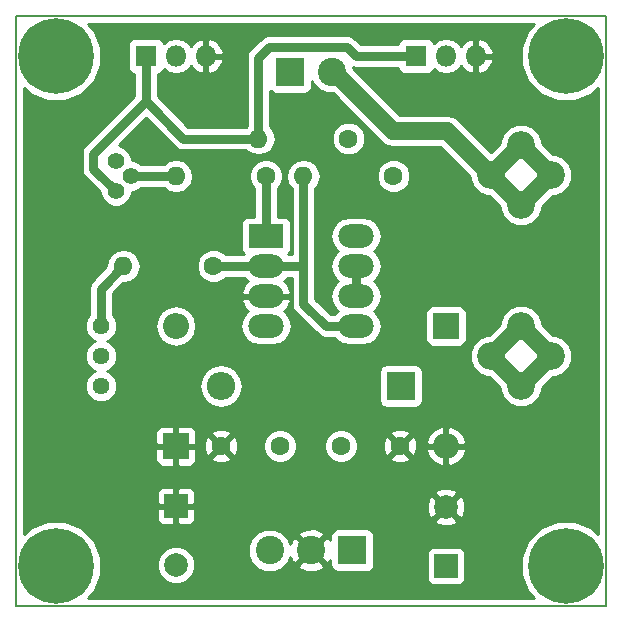
<source format=gbr>
G04 #@! TF.FileFunction,Copper,L2,Bot,Signal*
%FSLAX46Y46*%
G04 Gerber Fmt 4.6, Leading zero omitted, Abs format (unit mm)*
G04 Created by KiCad (PCBNEW 4.0.7-e2-6376~58~ubuntu16.04.1) date Sun Apr  8 20:27:37 2018*
%MOMM*%
%LPD*%
G01*
G04 APERTURE LIST*
%ADD10C,0.500000*%
%ADD11C,0.150000*%
%ADD12C,2.350000*%
%ADD13C,1.600000*%
%ADD14O,1.600000X1.600000*%
%ADD15C,2.400000*%
%ADD16R,2.400000X2.400000*%
%ADD17C,1.400000*%
%ADD18R,3.000000X2.000000*%
%ADD19O,3.000000X2.000000*%
%ADD20R,1.800000X1.800000*%
%ADD21O,1.800000X1.800000*%
%ADD22C,6.400000*%
%ADD23C,0.800000*%
%ADD24R,2.200000X2.200000*%
%ADD25O,2.200000X2.200000*%
%ADD26O,2.400000X2.400000*%
%ADD27C,1.440000*%
%ADD28R,2.000000X2.000000*%
%ADD29C,2.000000*%
%ADD30C,0.750000*%
%ADD31C,1.500000*%
%ADD32C,0.254000*%
G04 APERTURE END LIST*
D10*
D11*
X50000000Y-50000000D02*
X50000000Y-100000000D01*
X100000000Y-50000000D02*
X100000000Y-100000000D01*
X50000000Y-100000000D02*
X100000000Y-100000000D01*
X50000000Y-50000000D02*
X100000000Y-50000000D01*
D12*
X92780000Y-66030000D03*
X92780000Y-60950000D03*
X92780000Y-76270000D03*
X92780000Y-81350000D03*
X90240000Y-63490000D03*
X95320000Y-63490000D03*
X90240000Y-78810000D03*
X95320000Y-78810000D03*
D13*
X81985000Y-63570000D03*
D14*
X74365000Y-63570000D03*
D15*
X76750000Y-54745000D03*
D16*
X73250000Y-54745000D03*
D15*
X75000000Y-95255000D03*
D16*
X78500000Y-95255000D03*
D15*
X71500000Y-95255000D03*
D17*
X59760000Y-63570000D03*
X58490000Y-64840000D03*
X58490000Y-62300000D03*
D13*
X66745000Y-71190000D03*
D14*
X59125000Y-71190000D03*
D13*
X71190000Y-63570000D03*
D14*
X63570000Y-63570000D03*
D13*
X78175000Y-60395000D03*
D14*
X70555000Y-60395000D03*
D18*
X71190000Y-68650000D03*
D19*
X78810000Y-76270000D03*
X71190000Y-71190000D03*
X78810000Y-73730000D03*
X71190000Y-73730000D03*
X78810000Y-71190000D03*
X71190000Y-76270000D03*
X78810000Y-68650000D03*
D20*
X83890000Y-53410000D03*
D21*
X86430000Y-53410000D03*
X88970000Y-53410000D03*
D20*
X61030000Y-53410000D03*
D21*
X63570000Y-53410000D03*
X66110000Y-53410000D03*
D22*
X53410000Y-53410000D03*
D23*
X55810000Y-53410000D03*
X55107056Y-55107056D03*
X53410000Y-55810000D03*
X51712944Y-55107056D03*
X51010000Y-53410000D03*
X51712944Y-51712944D03*
X53410000Y-51010000D03*
X55107056Y-51712944D03*
D22*
X96590000Y-53410000D03*
D23*
X98990000Y-53410000D03*
X98287056Y-55107056D03*
X96590000Y-55810000D03*
X94892944Y-55107056D03*
X94190000Y-53410000D03*
X94892944Y-51712944D03*
X96590000Y-51010000D03*
X98287056Y-51712944D03*
D22*
X53410000Y-96590000D03*
D23*
X55810000Y-96590000D03*
X55107056Y-98287056D03*
X53410000Y-98990000D03*
X51712944Y-98287056D03*
X51010000Y-96590000D03*
X51712944Y-94892944D03*
X53410000Y-94190000D03*
X55107056Y-94892944D03*
D22*
X96590000Y-96590000D03*
D23*
X98990000Y-96590000D03*
X98287056Y-98287056D03*
X96590000Y-98990000D03*
X94892944Y-98287056D03*
X94190000Y-96590000D03*
X94892944Y-94892944D03*
X96590000Y-94190000D03*
X98287056Y-94892944D03*
D24*
X86430000Y-76270000D03*
D25*
X86430000Y-86430000D03*
D24*
X63570000Y-86430000D03*
D25*
X63570000Y-76270000D03*
D16*
X82620000Y-81350000D03*
D26*
X67380000Y-81350000D03*
D27*
X57220000Y-81350000D03*
X57220000Y-78810000D03*
X57220000Y-76270000D03*
D28*
X86430000Y-96590000D03*
D29*
X86430000Y-91590000D03*
D28*
X63570000Y-91510000D03*
D29*
X63570000Y-96510000D03*
D13*
X77540000Y-86430000D03*
X82540000Y-86430000D03*
X67380000Y-86430000D03*
X72380000Y-86430000D03*
D30*
X59760000Y-63570000D02*
X63570000Y-63570000D01*
X71190000Y-63570000D02*
X71190000Y-68650000D01*
D31*
X90240000Y-63490000D02*
X92780000Y-60950000D01*
X95320000Y-63490000D02*
X92780000Y-60950000D01*
X92780000Y-66030000D02*
X95320000Y-63490000D01*
X90240000Y-63490000D02*
X92780000Y-66030000D01*
X76750000Y-54745000D02*
X76970000Y-54745000D01*
X86510000Y-59760000D02*
X90240000Y-63490000D01*
X81985000Y-59760000D02*
X86510000Y-59760000D01*
X76970000Y-54745000D02*
X81985000Y-59760000D01*
X92780000Y-81350000D02*
X90240000Y-78810000D01*
X92780000Y-81350000D02*
X95320000Y-78810000D01*
X92780000Y-76270000D02*
X95320000Y-78810000D01*
X90240000Y-78810000D02*
X92780000Y-76270000D01*
D30*
X71190000Y-73730000D02*
X70174000Y-73730000D01*
X57220000Y-76270000D02*
X57220000Y-73095000D01*
X57220000Y-73095000D02*
X59125000Y-71190000D01*
X57220000Y-76270000D02*
X57220000Y-75635000D01*
X78810000Y-73730000D02*
X78810000Y-71190000D01*
X83890000Y-53410000D02*
X78810000Y-53410000D01*
X70555000Y-53537000D02*
X70555000Y-60395000D01*
X71444000Y-52648000D02*
X70555000Y-53537000D01*
X78048000Y-52648000D02*
X71444000Y-52648000D01*
X78810000Y-53410000D02*
X78048000Y-52648000D01*
X70555000Y-60395000D02*
X70555000Y-60395000D01*
X70555000Y-60395000D02*
X64205000Y-60395000D01*
X64205000Y-60395000D02*
X61030000Y-57220000D01*
X58490000Y-64840000D02*
X56585000Y-62935000D01*
X56585000Y-62935000D02*
X56585000Y-61665000D01*
X56585000Y-61665000D02*
X61030000Y-57220000D01*
X61030000Y-57220000D02*
X61030000Y-53410000D01*
X66745000Y-71190000D02*
X71190000Y-71190000D01*
X71190000Y-71190000D02*
X74365000Y-71190000D01*
X78810000Y-76270000D02*
X76270000Y-76270000D01*
X76270000Y-76270000D02*
X74365000Y-74365000D01*
X74365000Y-74365000D02*
X74365000Y-71190000D01*
X74365000Y-71190000D02*
X74365000Y-63570000D01*
D10*
X74365000Y-63570000D02*
X74295000Y-63640000D01*
D32*
G36*
X93340741Y-51234811D02*
X92755667Y-52643825D01*
X92754336Y-54169482D01*
X93336950Y-55579515D01*
X94414811Y-56659259D01*
X95823825Y-57244333D01*
X97349482Y-57245664D01*
X98759515Y-56663050D01*
X99290000Y-56133490D01*
X99290000Y-93866469D01*
X98765189Y-93340741D01*
X97356175Y-92755667D01*
X95830518Y-92754336D01*
X94420485Y-93336950D01*
X93340741Y-94414811D01*
X92755667Y-95823825D01*
X92754336Y-97349482D01*
X93336950Y-98759515D01*
X93866510Y-99290000D01*
X56133531Y-99290000D01*
X56659259Y-98765189D01*
X57244333Y-97356175D01*
X57244788Y-96833795D01*
X61934716Y-96833795D01*
X62183106Y-97434943D01*
X62642637Y-97895278D01*
X63243352Y-98144716D01*
X63893795Y-98145284D01*
X64494943Y-97896894D01*
X64955278Y-97437363D01*
X65204716Y-96836648D01*
X65205284Y-96186205D01*
X64970673Y-95618403D01*
X69664682Y-95618403D01*
X69943455Y-96293086D01*
X70459199Y-96809730D01*
X71133395Y-97089681D01*
X71863403Y-97090318D01*
X72538086Y-96811545D01*
X72797908Y-96552175D01*
X73882430Y-96552175D01*
X74005565Y-96839788D01*
X74687734Y-97099707D01*
X75417443Y-97078786D01*
X75994435Y-96839788D01*
X76117570Y-96552175D01*
X75000000Y-95434605D01*
X73882430Y-96552175D01*
X72797908Y-96552175D01*
X73054730Y-96295801D01*
X73244808Y-95838043D01*
X73415212Y-96249435D01*
X73702825Y-96372570D01*
X74820395Y-95255000D01*
X75179605Y-95255000D01*
X76297175Y-96372570D01*
X76584788Y-96249435D01*
X76652560Y-96071564D01*
X76652560Y-96455000D01*
X76696838Y-96690317D01*
X76835910Y-96906441D01*
X77048110Y-97051431D01*
X77300000Y-97102440D01*
X79700000Y-97102440D01*
X79935317Y-97058162D01*
X80151441Y-96919090D01*
X80296431Y-96706890D01*
X80347440Y-96455000D01*
X80347440Y-95590000D01*
X84782560Y-95590000D01*
X84782560Y-97590000D01*
X84826838Y-97825317D01*
X84965910Y-98041441D01*
X85178110Y-98186431D01*
X85430000Y-98237440D01*
X87430000Y-98237440D01*
X87665317Y-98193162D01*
X87881441Y-98054090D01*
X88026431Y-97841890D01*
X88077440Y-97590000D01*
X88077440Y-95590000D01*
X88033162Y-95354683D01*
X87894090Y-95138559D01*
X87681890Y-94993569D01*
X87430000Y-94942560D01*
X85430000Y-94942560D01*
X85194683Y-94986838D01*
X84978559Y-95125910D01*
X84833569Y-95338110D01*
X84782560Y-95590000D01*
X80347440Y-95590000D01*
X80347440Y-94055000D01*
X80303162Y-93819683D01*
X80164090Y-93603559D01*
X79951890Y-93458569D01*
X79700000Y-93407560D01*
X77300000Y-93407560D01*
X77064683Y-93451838D01*
X76848559Y-93590910D01*
X76703569Y-93803110D01*
X76652560Y-94055000D01*
X76652560Y-94424181D01*
X76584788Y-94260565D01*
X76297175Y-94137430D01*
X75179605Y-95255000D01*
X74820395Y-95255000D01*
X73702825Y-94137430D01*
X73415212Y-94260565D01*
X73251796Y-94689458D01*
X73056545Y-94216914D01*
X72797908Y-93957825D01*
X73882430Y-93957825D01*
X75000000Y-95075395D01*
X76117570Y-93957825D01*
X75994435Y-93670212D01*
X75312266Y-93410293D01*
X74582557Y-93431214D01*
X74005565Y-93670212D01*
X73882430Y-93957825D01*
X72797908Y-93957825D01*
X72540801Y-93700270D01*
X71866605Y-93420319D01*
X71136597Y-93419682D01*
X70461914Y-93698455D01*
X69945270Y-94214199D01*
X69665319Y-94888395D01*
X69664682Y-95618403D01*
X64970673Y-95618403D01*
X64956894Y-95585057D01*
X64497363Y-95124722D01*
X63896648Y-94875284D01*
X63246205Y-94874716D01*
X62645057Y-95123106D01*
X62184722Y-95582637D01*
X61935284Y-96183352D01*
X61934716Y-96833795D01*
X57244788Y-96833795D01*
X57245664Y-95830518D01*
X56663050Y-94420485D01*
X55585189Y-93340741D01*
X54176175Y-92755667D01*
X52650518Y-92754336D01*
X51240485Y-93336950D01*
X50710000Y-93866510D01*
X50710000Y-91795750D01*
X61935000Y-91795750D01*
X61935000Y-92636309D01*
X62031673Y-92869698D01*
X62210301Y-93048327D01*
X62443690Y-93145000D01*
X63284250Y-93145000D01*
X63443000Y-92986250D01*
X63443000Y-91637000D01*
X63697000Y-91637000D01*
X63697000Y-92986250D01*
X63855750Y-93145000D01*
X64696310Y-93145000D01*
X64929699Y-93048327D01*
X65108327Y-92869698D01*
X65161000Y-92742532D01*
X85457073Y-92742532D01*
X85555736Y-93009387D01*
X86165461Y-93235908D01*
X86815460Y-93211856D01*
X87304264Y-93009387D01*
X87402927Y-92742532D01*
X86430000Y-91769605D01*
X85457073Y-92742532D01*
X65161000Y-92742532D01*
X65205000Y-92636309D01*
X65205000Y-91795750D01*
X65046250Y-91637000D01*
X63697000Y-91637000D01*
X63443000Y-91637000D01*
X62093750Y-91637000D01*
X61935000Y-91795750D01*
X50710000Y-91795750D01*
X50710000Y-90383691D01*
X61935000Y-90383691D01*
X61935000Y-91224250D01*
X62093750Y-91383000D01*
X63443000Y-91383000D01*
X63443000Y-90033750D01*
X63697000Y-90033750D01*
X63697000Y-91383000D01*
X65046250Y-91383000D01*
X65103789Y-91325461D01*
X84784092Y-91325461D01*
X84808144Y-91975460D01*
X85010613Y-92464264D01*
X85277468Y-92562927D01*
X86250395Y-91590000D01*
X86609605Y-91590000D01*
X87582532Y-92562927D01*
X87849387Y-92464264D01*
X88075908Y-91854539D01*
X88051856Y-91204540D01*
X87849387Y-90715736D01*
X87582532Y-90617073D01*
X86609605Y-91590000D01*
X86250395Y-91590000D01*
X85277468Y-90617073D01*
X85010613Y-90715736D01*
X84784092Y-91325461D01*
X65103789Y-91325461D01*
X65205000Y-91224250D01*
X65205000Y-90437468D01*
X85457073Y-90437468D01*
X86430000Y-91410395D01*
X87402927Y-90437468D01*
X87304264Y-90170613D01*
X86694539Y-89944092D01*
X86044540Y-89968144D01*
X85555736Y-90170613D01*
X85457073Y-90437468D01*
X65205000Y-90437468D01*
X65205000Y-90383691D01*
X65108327Y-90150302D01*
X64929699Y-89971673D01*
X64696310Y-89875000D01*
X63855750Y-89875000D01*
X63697000Y-90033750D01*
X63443000Y-90033750D01*
X63284250Y-89875000D01*
X62443690Y-89875000D01*
X62210301Y-89971673D01*
X62031673Y-90150302D01*
X61935000Y-90383691D01*
X50710000Y-90383691D01*
X50710000Y-86715750D01*
X61835000Y-86715750D01*
X61835000Y-87656309D01*
X61931673Y-87889698D01*
X62110301Y-88068327D01*
X62343690Y-88165000D01*
X63284250Y-88165000D01*
X63443000Y-88006250D01*
X63443000Y-86557000D01*
X63697000Y-86557000D01*
X63697000Y-88006250D01*
X63855750Y-88165000D01*
X64796310Y-88165000D01*
X65029699Y-88068327D01*
X65208327Y-87889698D01*
X65305000Y-87656309D01*
X65305000Y-87437745D01*
X66551861Y-87437745D01*
X66625995Y-87683864D01*
X67163223Y-87876965D01*
X67733454Y-87849778D01*
X68134005Y-87683864D01*
X68208139Y-87437745D01*
X67380000Y-86609605D01*
X66551861Y-87437745D01*
X65305000Y-87437745D01*
X65305000Y-86715750D01*
X65146250Y-86557000D01*
X63697000Y-86557000D01*
X63443000Y-86557000D01*
X61993750Y-86557000D01*
X61835000Y-86715750D01*
X50710000Y-86715750D01*
X50710000Y-85203691D01*
X61835000Y-85203691D01*
X61835000Y-86144250D01*
X61993750Y-86303000D01*
X63443000Y-86303000D01*
X63443000Y-84853750D01*
X63697000Y-84853750D01*
X63697000Y-86303000D01*
X65146250Y-86303000D01*
X65236027Y-86213223D01*
X65933035Y-86213223D01*
X65960222Y-86783454D01*
X66126136Y-87184005D01*
X66372255Y-87258139D01*
X67200395Y-86430000D01*
X67559605Y-86430000D01*
X68387745Y-87258139D01*
X68633864Y-87184005D01*
X68802735Y-86714187D01*
X70944752Y-86714187D01*
X71162757Y-87241800D01*
X71566077Y-87645824D01*
X72093309Y-87864750D01*
X72664187Y-87865248D01*
X73191800Y-87647243D01*
X73595824Y-87243923D01*
X73814750Y-86716691D01*
X73814752Y-86714187D01*
X76104752Y-86714187D01*
X76322757Y-87241800D01*
X76726077Y-87645824D01*
X77253309Y-87864750D01*
X77824187Y-87865248D01*
X78351800Y-87647243D01*
X78561663Y-87437745D01*
X81711861Y-87437745D01*
X81785995Y-87683864D01*
X82323223Y-87876965D01*
X82893454Y-87849778D01*
X83294005Y-87683864D01*
X83368139Y-87437745D01*
X82540000Y-86609605D01*
X81711861Y-87437745D01*
X78561663Y-87437745D01*
X78755824Y-87243923D01*
X78974750Y-86716691D01*
X78975189Y-86213223D01*
X81093035Y-86213223D01*
X81120222Y-86783454D01*
X81286136Y-87184005D01*
X81532255Y-87258139D01*
X82360395Y-86430000D01*
X82719605Y-86430000D01*
X83547745Y-87258139D01*
X83793864Y-87184005D01*
X83922500Y-86826123D01*
X84740817Y-86826123D01*
X85020988Y-87442392D01*
X85515668Y-87904534D01*
X86033878Y-88119175D01*
X86303000Y-88001125D01*
X86303000Y-86557000D01*
X86557000Y-86557000D01*
X86557000Y-88001125D01*
X86826122Y-88119175D01*
X87344332Y-87904534D01*
X87839012Y-87442392D01*
X88119183Y-86826123D01*
X88001604Y-86557000D01*
X86557000Y-86557000D01*
X86303000Y-86557000D01*
X84858396Y-86557000D01*
X84740817Y-86826123D01*
X83922500Y-86826123D01*
X83986965Y-86646777D01*
X83959778Y-86076546D01*
X83942104Y-86033877D01*
X84740817Y-86033877D01*
X84858396Y-86303000D01*
X86303000Y-86303000D01*
X86303000Y-84858875D01*
X86557000Y-84858875D01*
X86557000Y-86303000D01*
X88001604Y-86303000D01*
X88119183Y-86033877D01*
X87839012Y-85417608D01*
X87344332Y-84955466D01*
X86826122Y-84740825D01*
X86557000Y-84858875D01*
X86303000Y-84858875D01*
X86033878Y-84740825D01*
X85515668Y-84955466D01*
X85020988Y-85417608D01*
X84740817Y-86033877D01*
X83942104Y-86033877D01*
X83793864Y-85675995D01*
X83547745Y-85601861D01*
X82719605Y-86430000D01*
X82360395Y-86430000D01*
X81532255Y-85601861D01*
X81286136Y-85675995D01*
X81093035Y-86213223D01*
X78975189Y-86213223D01*
X78975248Y-86145813D01*
X78757243Y-85618200D01*
X78561640Y-85422255D01*
X81711861Y-85422255D01*
X82540000Y-86250395D01*
X83368139Y-85422255D01*
X83294005Y-85176136D01*
X82756777Y-84983035D01*
X82186546Y-85010222D01*
X81785995Y-85176136D01*
X81711861Y-85422255D01*
X78561640Y-85422255D01*
X78353923Y-85214176D01*
X77826691Y-84995250D01*
X77255813Y-84994752D01*
X76728200Y-85212757D01*
X76324176Y-85616077D01*
X76105250Y-86143309D01*
X76104752Y-86714187D01*
X73814752Y-86714187D01*
X73815248Y-86145813D01*
X73597243Y-85618200D01*
X73193923Y-85214176D01*
X72666691Y-84995250D01*
X72095813Y-84994752D01*
X71568200Y-85212757D01*
X71164176Y-85616077D01*
X70945250Y-86143309D01*
X70944752Y-86714187D01*
X68802735Y-86714187D01*
X68826965Y-86646777D01*
X68799778Y-86076546D01*
X68633864Y-85675995D01*
X68387745Y-85601861D01*
X67559605Y-86430000D01*
X67200395Y-86430000D01*
X66372255Y-85601861D01*
X66126136Y-85675995D01*
X65933035Y-86213223D01*
X65236027Y-86213223D01*
X65305000Y-86144250D01*
X65305000Y-85422255D01*
X66551861Y-85422255D01*
X67380000Y-86250395D01*
X68208139Y-85422255D01*
X68134005Y-85176136D01*
X67596777Y-84983035D01*
X67026546Y-85010222D01*
X66625995Y-85176136D01*
X66551861Y-85422255D01*
X65305000Y-85422255D01*
X65305000Y-85203691D01*
X65208327Y-84970302D01*
X65029699Y-84791673D01*
X64796310Y-84695000D01*
X63855750Y-84695000D01*
X63697000Y-84853750D01*
X63443000Y-84853750D01*
X63284250Y-84695000D01*
X62343690Y-84695000D01*
X62110301Y-84791673D01*
X61931673Y-84970302D01*
X61835000Y-85203691D01*
X50710000Y-85203691D01*
X50710000Y-76538344D01*
X55864765Y-76538344D01*
X56070617Y-77036543D01*
X56451452Y-77418043D01*
X56745264Y-77540045D01*
X56453457Y-77660617D01*
X56071957Y-78041452D01*
X55865236Y-78539291D01*
X55864765Y-79078344D01*
X56070617Y-79576543D01*
X56451452Y-79958043D01*
X56745264Y-80080045D01*
X56453457Y-80200617D01*
X56071957Y-80581452D01*
X55865236Y-81079291D01*
X55864765Y-81618344D01*
X56070617Y-82116543D01*
X56451452Y-82498043D01*
X56949291Y-82704764D01*
X57488344Y-82705235D01*
X57986543Y-82499383D01*
X58368043Y-82118548D01*
X58574764Y-81620709D01*
X58575000Y-81350000D01*
X65509050Y-81350000D01*
X65648731Y-82052224D01*
X66046509Y-82647541D01*
X66641826Y-83045319D01*
X67344050Y-83185000D01*
X67415950Y-83185000D01*
X68118174Y-83045319D01*
X68713491Y-82647541D01*
X69111269Y-82052224D01*
X69250950Y-81350000D01*
X69111269Y-80647776D01*
X68778666Y-80150000D01*
X80772560Y-80150000D01*
X80772560Y-82550000D01*
X80816838Y-82785317D01*
X80955910Y-83001441D01*
X81168110Y-83146431D01*
X81420000Y-83197440D01*
X83820000Y-83197440D01*
X84055317Y-83153162D01*
X84271441Y-83014090D01*
X84416431Y-82801890D01*
X84467440Y-82550000D01*
X84467440Y-80150000D01*
X84423162Y-79914683D01*
X84284090Y-79698559D01*
X84071890Y-79553569D01*
X83820000Y-79502560D01*
X81420000Y-79502560D01*
X81184683Y-79546838D01*
X80968559Y-79685910D01*
X80823569Y-79898110D01*
X80772560Y-80150000D01*
X68778666Y-80150000D01*
X68713491Y-80052459D01*
X68118174Y-79654681D01*
X67415950Y-79515000D01*
X67344050Y-79515000D01*
X66641826Y-79654681D01*
X66046509Y-80052459D01*
X65648731Y-80647776D01*
X65509050Y-81350000D01*
X58575000Y-81350000D01*
X58575235Y-81081656D01*
X58369383Y-80583457D01*
X57988548Y-80201957D01*
X57694736Y-80079955D01*
X57986543Y-79959383D01*
X58368043Y-79578548D01*
X58538329Y-79168452D01*
X88429686Y-79168452D01*
X88704662Y-79833943D01*
X89213379Y-80343549D01*
X89878389Y-80619685D01*
X90091185Y-80619871D01*
X90969869Y-81498555D01*
X90969686Y-81708452D01*
X91244662Y-82373943D01*
X91753379Y-82883549D01*
X92418389Y-83159685D01*
X93138452Y-83160314D01*
X93803943Y-82885338D01*
X94313549Y-82376621D01*
X94589685Y-81711611D01*
X94589871Y-81498815D01*
X95468555Y-80620131D01*
X95678452Y-80620314D01*
X96343943Y-80345338D01*
X96853549Y-79836621D01*
X97129685Y-79171611D01*
X97130314Y-78451548D01*
X96855338Y-77786057D01*
X96346621Y-77276451D01*
X95681611Y-77000315D01*
X95468815Y-77000129D01*
X94590131Y-76121445D01*
X94590314Y-75911548D01*
X94315338Y-75246057D01*
X93806621Y-74736451D01*
X93141611Y-74460315D01*
X92421548Y-74459686D01*
X91756057Y-74734662D01*
X91246451Y-75243379D01*
X90970315Y-75908389D01*
X90970129Y-76121185D01*
X90091445Y-76999869D01*
X89881548Y-76999686D01*
X89216057Y-77274662D01*
X88706451Y-77783379D01*
X88430315Y-78448389D01*
X88429686Y-79168452D01*
X58538329Y-79168452D01*
X58574764Y-79080709D01*
X58575235Y-78541656D01*
X58369383Y-78043457D01*
X57988548Y-77661957D01*
X57694736Y-77539955D01*
X57986543Y-77419383D01*
X58368043Y-77038548D01*
X58574764Y-76540709D01*
X58575030Y-76236009D01*
X61835000Y-76236009D01*
X61835000Y-76303991D01*
X61967069Y-76967947D01*
X62343170Y-77530821D01*
X62906044Y-77906922D01*
X63570000Y-78038991D01*
X64233956Y-77906922D01*
X64796830Y-77530821D01*
X65172931Y-76967947D01*
X65305000Y-76303991D01*
X65305000Y-76270000D01*
X69013173Y-76270000D01*
X69137630Y-76895687D01*
X69492053Y-77426120D01*
X70022486Y-77780543D01*
X70648173Y-77905000D01*
X71731827Y-77905000D01*
X72357514Y-77780543D01*
X72887947Y-77426120D01*
X73242370Y-76895687D01*
X73366827Y-76270000D01*
X73242370Y-75644313D01*
X72887947Y-75113880D01*
X72695611Y-74985366D01*
X72935922Y-74796317D01*
X73249144Y-74238355D01*
X73280124Y-74110434D01*
X73160777Y-73857000D01*
X71317000Y-73857000D01*
X71317000Y-73877000D01*
X71063000Y-73877000D01*
X71063000Y-73857000D01*
X69219223Y-73857000D01*
X69099876Y-74110434D01*
X69130856Y-74238355D01*
X69444078Y-74796317D01*
X69684389Y-74985366D01*
X69492053Y-75113880D01*
X69137630Y-75644313D01*
X69013173Y-76270000D01*
X65305000Y-76270000D01*
X65305000Y-76236009D01*
X65172931Y-75572053D01*
X64796830Y-75009179D01*
X64233956Y-74633078D01*
X63570000Y-74501009D01*
X62906044Y-74633078D01*
X62343170Y-75009179D01*
X61967069Y-75572053D01*
X61835000Y-76236009D01*
X58575030Y-76236009D01*
X58575235Y-76001656D01*
X58369383Y-75503457D01*
X58230000Y-75363831D01*
X58230000Y-73513356D01*
X59118356Y-72625000D01*
X59153113Y-72625000D01*
X59702264Y-72515767D01*
X60167811Y-72204698D01*
X60478880Y-71739151D01*
X60531584Y-71474187D01*
X65309752Y-71474187D01*
X65527757Y-72001800D01*
X65931077Y-72405824D01*
X66458309Y-72624750D01*
X67029187Y-72625248D01*
X67556800Y-72407243D01*
X67764405Y-72200000D01*
X69394419Y-72200000D01*
X69492053Y-72346120D01*
X69684389Y-72474634D01*
X69444078Y-72663683D01*
X69130856Y-73221645D01*
X69099876Y-73349566D01*
X69219223Y-73603000D01*
X71063000Y-73603000D01*
X71063000Y-73583000D01*
X71317000Y-73583000D01*
X71317000Y-73603000D01*
X73160777Y-73603000D01*
X73280124Y-73349566D01*
X73249144Y-73221645D01*
X72935922Y-72663683D01*
X72695611Y-72474634D01*
X72887947Y-72346120D01*
X72985581Y-72200000D01*
X73355000Y-72200000D01*
X73355000Y-74365000D01*
X73431882Y-74751510D01*
X73650822Y-75079178D01*
X75555822Y-76984178D01*
X75883490Y-77203118D01*
X76270000Y-77280000D01*
X77014419Y-77280000D01*
X77112053Y-77426120D01*
X77642486Y-77780543D01*
X78268173Y-77905000D01*
X79351827Y-77905000D01*
X79977514Y-77780543D01*
X80507947Y-77426120D01*
X80862370Y-76895687D01*
X80986827Y-76270000D01*
X80862370Y-75644313D01*
X80545446Y-75170000D01*
X84682560Y-75170000D01*
X84682560Y-77370000D01*
X84726838Y-77605317D01*
X84865910Y-77821441D01*
X85078110Y-77966431D01*
X85330000Y-78017440D01*
X87530000Y-78017440D01*
X87765317Y-77973162D01*
X87981441Y-77834090D01*
X88126431Y-77621890D01*
X88177440Y-77370000D01*
X88177440Y-75170000D01*
X88133162Y-74934683D01*
X87994090Y-74718559D01*
X87781890Y-74573569D01*
X87530000Y-74522560D01*
X85330000Y-74522560D01*
X85094683Y-74566838D01*
X84878559Y-74705910D01*
X84733569Y-74918110D01*
X84682560Y-75170000D01*
X80545446Y-75170000D01*
X80507947Y-75113880D01*
X80337513Y-75000000D01*
X80507947Y-74886120D01*
X80862370Y-74355687D01*
X80986827Y-73730000D01*
X80862370Y-73104313D01*
X80507947Y-72573880D01*
X80337513Y-72460000D01*
X80507947Y-72346120D01*
X80862370Y-71815687D01*
X80986827Y-71190000D01*
X80862370Y-70564313D01*
X80507947Y-70033880D01*
X80337513Y-69920000D01*
X80507947Y-69806120D01*
X80862370Y-69275687D01*
X80986827Y-68650000D01*
X80862370Y-68024313D01*
X80507947Y-67493880D01*
X79977514Y-67139457D01*
X79351827Y-67015000D01*
X78268173Y-67015000D01*
X77642486Y-67139457D01*
X77112053Y-67493880D01*
X76757630Y-68024313D01*
X76633173Y-68650000D01*
X76757630Y-69275687D01*
X77112053Y-69806120D01*
X77282487Y-69920000D01*
X77112053Y-70033880D01*
X76757630Y-70564313D01*
X76633173Y-71190000D01*
X76757630Y-71815687D01*
X77112053Y-72346120D01*
X77282487Y-72460000D01*
X77112053Y-72573880D01*
X76757630Y-73104313D01*
X76633173Y-73730000D01*
X76757630Y-74355687D01*
X77112053Y-74886120D01*
X77282487Y-75000000D01*
X77112053Y-75113880D01*
X77014419Y-75260000D01*
X76688356Y-75260000D01*
X75375000Y-73946644D01*
X75375000Y-64606622D01*
X75407811Y-64584698D01*
X75718880Y-64119151D01*
X75771584Y-63854187D01*
X80549752Y-63854187D01*
X80767757Y-64381800D01*
X81171077Y-64785824D01*
X81698309Y-65004750D01*
X82269187Y-65005248D01*
X82796800Y-64787243D01*
X83200824Y-64383923D01*
X83419750Y-63856691D01*
X83420248Y-63285813D01*
X83202243Y-62758200D01*
X82798923Y-62354176D01*
X82271691Y-62135250D01*
X81700813Y-62134752D01*
X81173200Y-62352757D01*
X80769176Y-62756077D01*
X80550250Y-63283309D01*
X80549752Y-63854187D01*
X75771584Y-63854187D01*
X75828113Y-63570000D01*
X75718880Y-63020849D01*
X75407811Y-62555302D01*
X74942264Y-62244233D01*
X74393113Y-62135000D01*
X74336887Y-62135000D01*
X73787736Y-62244233D01*
X73322189Y-62555302D01*
X73011120Y-63020849D01*
X72901887Y-63570000D01*
X73011120Y-64119151D01*
X73322189Y-64584698D01*
X73355000Y-64606622D01*
X73355000Y-70180000D01*
X73039014Y-70180000D01*
X73141441Y-70114090D01*
X73286431Y-69901890D01*
X73337440Y-69650000D01*
X73337440Y-67650000D01*
X73293162Y-67414683D01*
X73154090Y-67198559D01*
X72941890Y-67053569D01*
X72690000Y-67002560D01*
X72200000Y-67002560D01*
X72200000Y-64589388D01*
X72405824Y-64383923D01*
X72624750Y-63856691D01*
X72625248Y-63285813D01*
X72407243Y-62758200D01*
X72003923Y-62354176D01*
X71476691Y-62135250D01*
X70905813Y-62134752D01*
X70378200Y-62352757D01*
X69974176Y-62756077D01*
X69755250Y-63283309D01*
X69754752Y-63854187D01*
X69972757Y-64381800D01*
X70180000Y-64589405D01*
X70180000Y-67002560D01*
X69690000Y-67002560D01*
X69454683Y-67046838D01*
X69238559Y-67185910D01*
X69093569Y-67398110D01*
X69042560Y-67650000D01*
X69042560Y-69650000D01*
X69086838Y-69885317D01*
X69225910Y-70101441D01*
X69340885Y-70180000D01*
X67764388Y-70180000D01*
X67558923Y-69974176D01*
X67031691Y-69755250D01*
X66460813Y-69754752D01*
X65933200Y-69972757D01*
X65529176Y-70376077D01*
X65310250Y-70903309D01*
X65309752Y-71474187D01*
X60531584Y-71474187D01*
X60588113Y-71190000D01*
X60478880Y-70640849D01*
X60167811Y-70175302D01*
X59702264Y-69864233D01*
X59153113Y-69755000D01*
X59096887Y-69755000D01*
X58547736Y-69864233D01*
X58082189Y-70175302D01*
X57771120Y-70640849D01*
X57661887Y-71190000D01*
X57667654Y-71218990D01*
X56505822Y-72380822D01*
X56286882Y-72708490D01*
X56210000Y-73095000D01*
X56210000Y-75363650D01*
X56071957Y-75501452D01*
X55865236Y-75999291D01*
X55864765Y-76538344D01*
X50710000Y-76538344D01*
X50710000Y-61665000D01*
X55575000Y-61665000D01*
X55575000Y-62935000D01*
X55651882Y-63321510D01*
X55870822Y-63649178D01*
X57154918Y-64933274D01*
X57154769Y-65104383D01*
X57357582Y-65595229D01*
X57732796Y-65971098D01*
X58223287Y-66174768D01*
X58754383Y-66175231D01*
X59245229Y-65972418D01*
X59621098Y-65597204D01*
X59824768Y-65106713D01*
X59824944Y-64905057D01*
X60024383Y-64905231D01*
X60515229Y-64702418D01*
X60637861Y-64580000D01*
X62524050Y-64580000D01*
X62527189Y-64584698D01*
X62992736Y-64895767D01*
X63541887Y-65005000D01*
X63598113Y-65005000D01*
X64147264Y-64895767D01*
X64612811Y-64584698D01*
X64923880Y-64119151D01*
X65033113Y-63570000D01*
X64923880Y-63020849D01*
X64612811Y-62555302D01*
X64147264Y-62244233D01*
X63598113Y-62135000D01*
X63541887Y-62135000D01*
X62992736Y-62244233D01*
X62527189Y-62555302D01*
X62524050Y-62560000D01*
X60638091Y-62560000D01*
X60517204Y-62438902D01*
X60026713Y-62235232D01*
X59825057Y-62235056D01*
X59825231Y-62035617D01*
X59622418Y-61544771D01*
X59247204Y-61168902D01*
X58756713Y-60965232D01*
X58713162Y-60965194D01*
X61030000Y-58648356D01*
X63490822Y-61109178D01*
X63818490Y-61328118D01*
X64205000Y-61405000D01*
X69509050Y-61405000D01*
X69512189Y-61409698D01*
X69977736Y-61720767D01*
X70526887Y-61830000D01*
X70583113Y-61830000D01*
X71132264Y-61720767D01*
X71597811Y-61409698D01*
X71908880Y-60944151D01*
X71961584Y-60679187D01*
X76739752Y-60679187D01*
X76957757Y-61206800D01*
X77361077Y-61610824D01*
X77888309Y-61829750D01*
X78459187Y-61830248D01*
X78986800Y-61612243D01*
X79390824Y-61208923D01*
X79609750Y-60681691D01*
X79610248Y-60110813D01*
X79392243Y-59583200D01*
X78988923Y-59179176D01*
X78461691Y-58960250D01*
X77890813Y-58959752D01*
X77363200Y-59177757D01*
X76959176Y-59581077D01*
X76740250Y-60108309D01*
X76739752Y-60679187D01*
X71961584Y-60679187D01*
X72018113Y-60395000D01*
X71908880Y-59845849D01*
X71597811Y-59380302D01*
X71565000Y-59358378D01*
X71565000Y-56363946D01*
X71585910Y-56396441D01*
X71798110Y-56541431D01*
X72050000Y-56592440D01*
X74450000Y-56592440D01*
X74685317Y-56548162D01*
X74901441Y-56409090D01*
X75046431Y-56196890D01*
X75097440Y-55945000D01*
X75097440Y-55550712D01*
X75193455Y-55783086D01*
X75709199Y-56299730D01*
X76383395Y-56579681D01*
X76846399Y-56580085D01*
X81005657Y-60739343D01*
X81454983Y-61039573D01*
X81985000Y-61145000D01*
X85936314Y-61145000D01*
X88429869Y-63638555D01*
X88429686Y-63848452D01*
X88704662Y-64513943D01*
X89213379Y-65023549D01*
X89878389Y-65299685D01*
X90091185Y-65299871D01*
X90969869Y-66178555D01*
X90969686Y-66388452D01*
X91244662Y-67053943D01*
X91753379Y-67563549D01*
X92418389Y-67839685D01*
X93138452Y-67840314D01*
X93803943Y-67565338D01*
X94313549Y-67056621D01*
X94589685Y-66391611D01*
X94589871Y-66178815D01*
X95468555Y-65300131D01*
X95678452Y-65300314D01*
X96343943Y-65025338D01*
X96853549Y-64516621D01*
X97129685Y-63851611D01*
X97130314Y-63131548D01*
X96855338Y-62466057D01*
X96346621Y-61956451D01*
X95681611Y-61680315D01*
X95468815Y-61680129D01*
X94590131Y-60801445D01*
X94590314Y-60591548D01*
X94315338Y-59926057D01*
X93806621Y-59416451D01*
X93141611Y-59140315D01*
X92421548Y-59139686D01*
X91756057Y-59414662D01*
X91246451Y-59923379D01*
X90970315Y-60588389D01*
X90970129Y-60801185D01*
X90240000Y-61531314D01*
X87489343Y-58780657D01*
X87040017Y-58480427D01*
X86510000Y-58375000D01*
X82558686Y-58375000D01*
X78585301Y-54401615D01*
X78585318Y-54381597D01*
X78582487Y-54374745D01*
X78810000Y-54420000D01*
X82363258Y-54420000D01*
X82386838Y-54545317D01*
X82525910Y-54761441D01*
X82738110Y-54906431D01*
X82990000Y-54957440D01*
X84790000Y-54957440D01*
X85025317Y-54913162D01*
X85241441Y-54774090D01*
X85386431Y-54561890D01*
X85389719Y-54545656D01*
X85812509Y-54828155D01*
X86399928Y-54945000D01*
X86460072Y-54945000D01*
X87047491Y-54828155D01*
X87545481Y-54495409D01*
X87704501Y-54257418D01*
X88062424Y-54647966D01*
X88605258Y-54901046D01*
X88843000Y-54780997D01*
X88843000Y-53537000D01*
X89097000Y-53537000D01*
X89097000Y-54780997D01*
X89334742Y-54901046D01*
X89877576Y-54647966D01*
X90282240Y-54206417D01*
X90461036Y-53774740D01*
X90340378Y-53537000D01*
X89097000Y-53537000D01*
X88843000Y-53537000D01*
X88823000Y-53537000D01*
X88823000Y-53283000D01*
X88843000Y-53283000D01*
X88843000Y-52039003D01*
X89097000Y-52039003D01*
X89097000Y-53283000D01*
X90340378Y-53283000D01*
X90461036Y-53045260D01*
X90282240Y-52613583D01*
X89877576Y-52172034D01*
X89334742Y-51918954D01*
X89097000Y-52039003D01*
X88843000Y-52039003D01*
X88605258Y-51918954D01*
X88062424Y-52172034D01*
X87704501Y-52562582D01*
X87545481Y-52324591D01*
X87047491Y-51991845D01*
X86460072Y-51875000D01*
X86399928Y-51875000D01*
X85812509Y-51991845D01*
X85391974Y-52272837D01*
X85254090Y-52058559D01*
X85041890Y-51913569D01*
X84790000Y-51862560D01*
X82990000Y-51862560D01*
X82754683Y-51906838D01*
X82538559Y-52045910D01*
X82393569Y-52258110D01*
X82364836Y-52400000D01*
X79228356Y-52400000D01*
X78762178Y-51933822D01*
X78434510Y-51714882D01*
X78048000Y-51638000D01*
X71444000Y-51638000D01*
X71057490Y-51714882D01*
X70729822Y-51933822D01*
X69840822Y-52822822D01*
X69621882Y-53150490D01*
X69545000Y-53537000D01*
X69545000Y-59358378D01*
X69512189Y-59380302D01*
X69509050Y-59385000D01*
X64623356Y-59385000D01*
X62040000Y-56801644D01*
X62040000Y-54936742D01*
X62165317Y-54913162D01*
X62381441Y-54774090D01*
X62526431Y-54561890D01*
X62529719Y-54545656D01*
X62952509Y-54828155D01*
X63539928Y-54945000D01*
X63600072Y-54945000D01*
X64187491Y-54828155D01*
X64685481Y-54495409D01*
X64844501Y-54257418D01*
X65202424Y-54647966D01*
X65745258Y-54901046D01*
X65983000Y-54780997D01*
X65983000Y-53537000D01*
X66237000Y-53537000D01*
X66237000Y-54780997D01*
X66474742Y-54901046D01*
X67017576Y-54647966D01*
X67422240Y-54206417D01*
X67601036Y-53774740D01*
X67480378Y-53537000D01*
X66237000Y-53537000D01*
X65983000Y-53537000D01*
X65963000Y-53537000D01*
X65963000Y-53283000D01*
X65983000Y-53283000D01*
X65983000Y-52039003D01*
X66237000Y-52039003D01*
X66237000Y-53283000D01*
X67480378Y-53283000D01*
X67601036Y-53045260D01*
X67422240Y-52613583D01*
X67017576Y-52172034D01*
X66474742Y-51918954D01*
X66237000Y-52039003D01*
X65983000Y-52039003D01*
X65745258Y-51918954D01*
X65202424Y-52172034D01*
X64844501Y-52562582D01*
X64685481Y-52324591D01*
X64187491Y-51991845D01*
X63600072Y-51875000D01*
X63539928Y-51875000D01*
X62952509Y-51991845D01*
X62531974Y-52272837D01*
X62394090Y-52058559D01*
X62181890Y-51913569D01*
X61930000Y-51862560D01*
X60130000Y-51862560D01*
X59894683Y-51906838D01*
X59678559Y-52045910D01*
X59533569Y-52258110D01*
X59482560Y-52510000D01*
X59482560Y-54310000D01*
X59526838Y-54545317D01*
X59665910Y-54761441D01*
X59878110Y-54906431D01*
X60020000Y-54935164D01*
X60020000Y-56801644D01*
X55870822Y-60950822D01*
X55651882Y-61278490D01*
X55575000Y-61665000D01*
X50710000Y-61665000D01*
X50710000Y-56133531D01*
X51234811Y-56659259D01*
X52643825Y-57244333D01*
X54169482Y-57245664D01*
X55579515Y-56663050D01*
X56659259Y-55585189D01*
X57244333Y-54176175D01*
X57245664Y-52650518D01*
X56663050Y-51240485D01*
X56133490Y-50710000D01*
X93866469Y-50710000D01*
X93340741Y-51234811D01*
X93340741Y-51234811D01*
G37*
X93340741Y-51234811D02*
X92755667Y-52643825D01*
X92754336Y-54169482D01*
X93336950Y-55579515D01*
X94414811Y-56659259D01*
X95823825Y-57244333D01*
X97349482Y-57245664D01*
X98759515Y-56663050D01*
X99290000Y-56133490D01*
X99290000Y-93866469D01*
X98765189Y-93340741D01*
X97356175Y-92755667D01*
X95830518Y-92754336D01*
X94420485Y-93336950D01*
X93340741Y-94414811D01*
X92755667Y-95823825D01*
X92754336Y-97349482D01*
X93336950Y-98759515D01*
X93866510Y-99290000D01*
X56133531Y-99290000D01*
X56659259Y-98765189D01*
X57244333Y-97356175D01*
X57244788Y-96833795D01*
X61934716Y-96833795D01*
X62183106Y-97434943D01*
X62642637Y-97895278D01*
X63243352Y-98144716D01*
X63893795Y-98145284D01*
X64494943Y-97896894D01*
X64955278Y-97437363D01*
X65204716Y-96836648D01*
X65205284Y-96186205D01*
X64970673Y-95618403D01*
X69664682Y-95618403D01*
X69943455Y-96293086D01*
X70459199Y-96809730D01*
X71133395Y-97089681D01*
X71863403Y-97090318D01*
X72538086Y-96811545D01*
X72797908Y-96552175D01*
X73882430Y-96552175D01*
X74005565Y-96839788D01*
X74687734Y-97099707D01*
X75417443Y-97078786D01*
X75994435Y-96839788D01*
X76117570Y-96552175D01*
X75000000Y-95434605D01*
X73882430Y-96552175D01*
X72797908Y-96552175D01*
X73054730Y-96295801D01*
X73244808Y-95838043D01*
X73415212Y-96249435D01*
X73702825Y-96372570D01*
X74820395Y-95255000D01*
X75179605Y-95255000D01*
X76297175Y-96372570D01*
X76584788Y-96249435D01*
X76652560Y-96071564D01*
X76652560Y-96455000D01*
X76696838Y-96690317D01*
X76835910Y-96906441D01*
X77048110Y-97051431D01*
X77300000Y-97102440D01*
X79700000Y-97102440D01*
X79935317Y-97058162D01*
X80151441Y-96919090D01*
X80296431Y-96706890D01*
X80347440Y-96455000D01*
X80347440Y-95590000D01*
X84782560Y-95590000D01*
X84782560Y-97590000D01*
X84826838Y-97825317D01*
X84965910Y-98041441D01*
X85178110Y-98186431D01*
X85430000Y-98237440D01*
X87430000Y-98237440D01*
X87665317Y-98193162D01*
X87881441Y-98054090D01*
X88026431Y-97841890D01*
X88077440Y-97590000D01*
X88077440Y-95590000D01*
X88033162Y-95354683D01*
X87894090Y-95138559D01*
X87681890Y-94993569D01*
X87430000Y-94942560D01*
X85430000Y-94942560D01*
X85194683Y-94986838D01*
X84978559Y-95125910D01*
X84833569Y-95338110D01*
X84782560Y-95590000D01*
X80347440Y-95590000D01*
X80347440Y-94055000D01*
X80303162Y-93819683D01*
X80164090Y-93603559D01*
X79951890Y-93458569D01*
X79700000Y-93407560D01*
X77300000Y-93407560D01*
X77064683Y-93451838D01*
X76848559Y-93590910D01*
X76703569Y-93803110D01*
X76652560Y-94055000D01*
X76652560Y-94424181D01*
X76584788Y-94260565D01*
X76297175Y-94137430D01*
X75179605Y-95255000D01*
X74820395Y-95255000D01*
X73702825Y-94137430D01*
X73415212Y-94260565D01*
X73251796Y-94689458D01*
X73056545Y-94216914D01*
X72797908Y-93957825D01*
X73882430Y-93957825D01*
X75000000Y-95075395D01*
X76117570Y-93957825D01*
X75994435Y-93670212D01*
X75312266Y-93410293D01*
X74582557Y-93431214D01*
X74005565Y-93670212D01*
X73882430Y-93957825D01*
X72797908Y-93957825D01*
X72540801Y-93700270D01*
X71866605Y-93420319D01*
X71136597Y-93419682D01*
X70461914Y-93698455D01*
X69945270Y-94214199D01*
X69665319Y-94888395D01*
X69664682Y-95618403D01*
X64970673Y-95618403D01*
X64956894Y-95585057D01*
X64497363Y-95124722D01*
X63896648Y-94875284D01*
X63246205Y-94874716D01*
X62645057Y-95123106D01*
X62184722Y-95582637D01*
X61935284Y-96183352D01*
X61934716Y-96833795D01*
X57244788Y-96833795D01*
X57245664Y-95830518D01*
X56663050Y-94420485D01*
X55585189Y-93340741D01*
X54176175Y-92755667D01*
X52650518Y-92754336D01*
X51240485Y-93336950D01*
X50710000Y-93866510D01*
X50710000Y-91795750D01*
X61935000Y-91795750D01*
X61935000Y-92636309D01*
X62031673Y-92869698D01*
X62210301Y-93048327D01*
X62443690Y-93145000D01*
X63284250Y-93145000D01*
X63443000Y-92986250D01*
X63443000Y-91637000D01*
X63697000Y-91637000D01*
X63697000Y-92986250D01*
X63855750Y-93145000D01*
X64696310Y-93145000D01*
X64929699Y-93048327D01*
X65108327Y-92869698D01*
X65161000Y-92742532D01*
X85457073Y-92742532D01*
X85555736Y-93009387D01*
X86165461Y-93235908D01*
X86815460Y-93211856D01*
X87304264Y-93009387D01*
X87402927Y-92742532D01*
X86430000Y-91769605D01*
X85457073Y-92742532D01*
X65161000Y-92742532D01*
X65205000Y-92636309D01*
X65205000Y-91795750D01*
X65046250Y-91637000D01*
X63697000Y-91637000D01*
X63443000Y-91637000D01*
X62093750Y-91637000D01*
X61935000Y-91795750D01*
X50710000Y-91795750D01*
X50710000Y-90383691D01*
X61935000Y-90383691D01*
X61935000Y-91224250D01*
X62093750Y-91383000D01*
X63443000Y-91383000D01*
X63443000Y-90033750D01*
X63697000Y-90033750D01*
X63697000Y-91383000D01*
X65046250Y-91383000D01*
X65103789Y-91325461D01*
X84784092Y-91325461D01*
X84808144Y-91975460D01*
X85010613Y-92464264D01*
X85277468Y-92562927D01*
X86250395Y-91590000D01*
X86609605Y-91590000D01*
X87582532Y-92562927D01*
X87849387Y-92464264D01*
X88075908Y-91854539D01*
X88051856Y-91204540D01*
X87849387Y-90715736D01*
X87582532Y-90617073D01*
X86609605Y-91590000D01*
X86250395Y-91590000D01*
X85277468Y-90617073D01*
X85010613Y-90715736D01*
X84784092Y-91325461D01*
X65103789Y-91325461D01*
X65205000Y-91224250D01*
X65205000Y-90437468D01*
X85457073Y-90437468D01*
X86430000Y-91410395D01*
X87402927Y-90437468D01*
X87304264Y-90170613D01*
X86694539Y-89944092D01*
X86044540Y-89968144D01*
X85555736Y-90170613D01*
X85457073Y-90437468D01*
X65205000Y-90437468D01*
X65205000Y-90383691D01*
X65108327Y-90150302D01*
X64929699Y-89971673D01*
X64696310Y-89875000D01*
X63855750Y-89875000D01*
X63697000Y-90033750D01*
X63443000Y-90033750D01*
X63284250Y-89875000D01*
X62443690Y-89875000D01*
X62210301Y-89971673D01*
X62031673Y-90150302D01*
X61935000Y-90383691D01*
X50710000Y-90383691D01*
X50710000Y-86715750D01*
X61835000Y-86715750D01*
X61835000Y-87656309D01*
X61931673Y-87889698D01*
X62110301Y-88068327D01*
X62343690Y-88165000D01*
X63284250Y-88165000D01*
X63443000Y-88006250D01*
X63443000Y-86557000D01*
X63697000Y-86557000D01*
X63697000Y-88006250D01*
X63855750Y-88165000D01*
X64796310Y-88165000D01*
X65029699Y-88068327D01*
X65208327Y-87889698D01*
X65305000Y-87656309D01*
X65305000Y-87437745D01*
X66551861Y-87437745D01*
X66625995Y-87683864D01*
X67163223Y-87876965D01*
X67733454Y-87849778D01*
X68134005Y-87683864D01*
X68208139Y-87437745D01*
X67380000Y-86609605D01*
X66551861Y-87437745D01*
X65305000Y-87437745D01*
X65305000Y-86715750D01*
X65146250Y-86557000D01*
X63697000Y-86557000D01*
X63443000Y-86557000D01*
X61993750Y-86557000D01*
X61835000Y-86715750D01*
X50710000Y-86715750D01*
X50710000Y-85203691D01*
X61835000Y-85203691D01*
X61835000Y-86144250D01*
X61993750Y-86303000D01*
X63443000Y-86303000D01*
X63443000Y-84853750D01*
X63697000Y-84853750D01*
X63697000Y-86303000D01*
X65146250Y-86303000D01*
X65236027Y-86213223D01*
X65933035Y-86213223D01*
X65960222Y-86783454D01*
X66126136Y-87184005D01*
X66372255Y-87258139D01*
X67200395Y-86430000D01*
X67559605Y-86430000D01*
X68387745Y-87258139D01*
X68633864Y-87184005D01*
X68802735Y-86714187D01*
X70944752Y-86714187D01*
X71162757Y-87241800D01*
X71566077Y-87645824D01*
X72093309Y-87864750D01*
X72664187Y-87865248D01*
X73191800Y-87647243D01*
X73595824Y-87243923D01*
X73814750Y-86716691D01*
X73814752Y-86714187D01*
X76104752Y-86714187D01*
X76322757Y-87241800D01*
X76726077Y-87645824D01*
X77253309Y-87864750D01*
X77824187Y-87865248D01*
X78351800Y-87647243D01*
X78561663Y-87437745D01*
X81711861Y-87437745D01*
X81785995Y-87683864D01*
X82323223Y-87876965D01*
X82893454Y-87849778D01*
X83294005Y-87683864D01*
X83368139Y-87437745D01*
X82540000Y-86609605D01*
X81711861Y-87437745D01*
X78561663Y-87437745D01*
X78755824Y-87243923D01*
X78974750Y-86716691D01*
X78975189Y-86213223D01*
X81093035Y-86213223D01*
X81120222Y-86783454D01*
X81286136Y-87184005D01*
X81532255Y-87258139D01*
X82360395Y-86430000D01*
X82719605Y-86430000D01*
X83547745Y-87258139D01*
X83793864Y-87184005D01*
X83922500Y-86826123D01*
X84740817Y-86826123D01*
X85020988Y-87442392D01*
X85515668Y-87904534D01*
X86033878Y-88119175D01*
X86303000Y-88001125D01*
X86303000Y-86557000D01*
X86557000Y-86557000D01*
X86557000Y-88001125D01*
X86826122Y-88119175D01*
X87344332Y-87904534D01*
X87839012Y-87442392D01*
X88119183Y-86826123D01*
X88001604Y-86557000D01*
X86557000Y-86557000D01*
X86303000Y-86557000D01*
X84858396Y-86557000D01*
X84740817Y-86826123D01*
X83922500Y-86826123D01*
X83986965Y-86646777D01*
X83959778Y-86076546D01*
X83942104Y-86033877D01*
X84740817Y-86033877D01*
X84858396Y-86303000D01*
X86303000Y-86303000D01*
X86303000Y-84858875D01*
X86557000Y-84858875D01*
X86557000Y-86303000D01*
X88001604Y-86303000D01*
X88119183Y-86033877D01*
X87839012Y-85417608D01*
X87344332Y-84955466D01*
X86826122Y-84740825D01*
X86557000Y-84858875D01*
X86303000Y-84858875D01*
X86033878Y-84740825D01*
X85515668Y-84955466D01*
X85020988Y-85417608D01*
X84740817Y-86033877D01*
X83942104Y-86033877D01*
X83793864Y-85675995D01*
X83547745Y-85601861D01*
X82719605Y-86430000D01*
X82360395Y-86430000D01*
X81532255Y-85601861D01*
X81286136Y-85675995D01*
X81093035Y-86213223D01*
X78975189Y-86213223D01*
X78975248Y-86145813D01*
X78757243Y-85618200D01*
X78561640Y-85422255D01*
X81711861Y-85422255D01*
X82540000Y-86250395D01*
X83368139Y-85422255D01*
X83294005Y-85176136D01*
X82756777Y-84983035D01*
X82186546Y-85010222D01*
X81785995Y-85176136D01*
X81711861Y-85422255D01*
X78561640Y-85422255D01*
X78353923Y-85214176D01*
X77826691Y-84995250D01*
X77255813Y-84994752D01*
X76728200Y-85212757D01*
X76324176Y-85616077D01*
X76105250Y-86143309D01*
X76104752Y-86714187D01*
X73814752Y-86714187D01*
X73815248Y-86145813D01*
X73597243Y-85618200D01*
X73193923Y-85214176D01*
X72666691Y-84995250D01*
X72095813Y-84994752D01*
X71568200Y-85212757D01*
X71164176Y-85616077D01*
X70945250Y-86143309D01*
X70944752Y-86714187D01*
X68802735Y-86714187D01*
X68826965Y-86646777D01*
X68799778Y-86076546D01*
X68633864Y-85675995D01*
X68387745Y-85601861D01*
X67559605Y-86430000D01*
X67200395Y-86430000D01*
X66372255Y-85601861D01*
X66126136Y-85675995D01*
X65933035Y-86213223D01*
X65236027Y-86213223D01*
X65305000Y-86144250D01*
X65305000Y-85422255D01*
X66551861Y-85422255D01*
X67380000Y-86250395D01*
X68208139Y-85422255D01*
X68134005Y-85176136D01*
X67596777Y-84983035D01*
X67026546Y-85010222D01*
X66625995Y-85176136D01*
X66551861Y-85422255D01*
X65305000Y-85422255D01*
X65305000Y-85203691D01*
X65208327Y-84970302D01*
X65029699Y-84791673D01*
X64796310Y-84695000D01*
X63855750Y-84695000D01*
X63697000Y-84853750D01*
X63443000Y-84853750D01*
X63284250Y-84695000D01*
X62343690Y-84695000D01*
X62110301Y-84791673D01*
X61931673Y-84970302D01*
X61835000Y-85203691D01*
X50710000Y-85203691D01*
X50710000Y-76538344D01*
X55864765Y-76538344D01*
X56070617Y-77036543D01*
X56451452Y-77418043D01*
X56745264Y-77540045D01*
X56453457Y-77660617D01*
X56071957Y-78041452D01*
X55865236Y-78539291D01*
X55864765Y-79078344D01*
X56070617Y-79576543D01*
X56451452Y-79958043D01*
X56745264Y-80080045D01*
X56453457Y-80200617D01*
X56071957Y-80581452D01*
X55865236Y-81079291D01*
X55864765Y-81618344D01*
X56070617Y-82116543D01*
X56451452Y-82498043D01*
X56949291Y-82704764D01*
X57488344Y-82705235D01*
X57986543Y-82499383D01*
X58368043Y-82118548D01*
X58574764Y-81620709D01*
X58575000Y-81350000D01*
X65509050Y-81350000D01*
X65648731Y-82052224D01*
X66046509Y-82647541D01*
X66641826Y-83045319D01*
X67344050Y-83185000D01*
X67415950Y-83185000D01*
X68118174Y-83045319D01*
X68713491Y-82647541D01*
X69111269Y-82052224D01*
X69250950Y-81350000D01*
X69111269Y-80647776D01*
X68778666Y-80150000D01*
X80772560Y-80150000D01*
X80772560Y-82550000D01*
X80816838Y-82785317D01*
X80955910Y-83001441D01*
X81168110Y-83146431D01*
X81420000Y-83197440D01*
X83820000Y-83197440D01*
X84055317Y-83153162D01*
X84271441Y-83014090D01*
X84416431Y-82801890D01*
X84467440Y-82550000D01*
X84467440Y-80150000D01*
X84423162Y-79914683D01*
X84284090Y-79698559D01*
X84071890Y-79553569D01*
X83820000Y-79502560D01*
X81420000Y-79502560D01*
X81184683Y-79546838D01*
X80968559Y-79685910D01*
X80823569Y-79898110D01*
X80772560Y-80150000D01*
X68778666Y-80150000D01*
X68713491Y-80052459D01*
X68118174Y-79654681D01*
X67415950Y-79515000D01*
X67344050Y-79515000D01*
X66641826Y-79654681D01*
X66046509Y-80052459D01*
X65648731Y-80647776D01*
X65509050Y-81350000D01*
X58575000Y-81350000D01*
X58575235Y-81081656D01*
X58369383Y-80583457D01*
X57988548Y-80201957D01*
X57694736Y-80079955D01*
X57986543Y-79959383D01*
X58368043Y-79578548D01*
X58538329Y-79168452D01*
X88429686Y-79168452D01*
X88704662Y-79833943D01*
X89213379Y-80343549D01*
X89878389Y-80619685D01*
X90091185Y-80619871D01*
X90969869Y-81498555D01*
X90969686Y-81708452D01*
X91244662Y-82373943D01*
X91753379Y-82883549D01*
X92418389Y-83159685D01*
X93138452Y-83160314D01*
X93803943Y-82885338D01*
X94313549Y-82376621D01*
X94589685Y-81711611D01*
X94589871Y-81498815D01*
X95468555Y-80620131D01*
X95678452Y-80620314D01*
X96343943Y-80345338D01*
X96853549Y-79836621D01*
X97129685Y-79171611D01*
X97130314Y-78451548D01*
X96855338Y-77786057D01*
X96346621Y-77276451D01*
X95681611Y-77000315D01*
X95468815Y-77000129D01*
X94590131Y-76121445D01*
X94590314Y-75911548D01*
X94315338Y-75246057D01*
X93806621Y-74736451D01*
X93141611Y-74460315D01*
X92421548Y-74459686D01*
X91756057Y-74734662D01*
X91246451Y-75243379D01*
X90970315Y-75908389D01*
X90970129Y-76121185D01*
X90091445Y-76999869D01*
X89881548Y-76999686D01*
X89216057Y-77274662D01*
X88706451Y-77783379D01*
X88430315Y-78448389D01*
X88429686Y-79168452D01*
X58538329Y-79168452D01*
X58574764Y-79080709D01*
X58575235Y-78541656D01*
X58369383Y-78043457D01*
X57988548Y-77661957D01*
X57694736Y-77539955D01*
X57986543Y-77419383D01*
X58368043Y-77038548D01*
X58574764Y-76540709D01*
X58575030Y-76236009D01*
X61835000Y-76236009D01*
X61835000Y-76303991D01*
X61967069Y-76967947D01*
X62343170Y-77530821D01*
X62906044Y-77906922D01*
X63570000Y-78038991D01*
X64233956Y-77906922D01*
X64796830Y-77530821D01*
X65172931Y-76967947D01*
X65305000Y-76303991D01*
X65305000Y-76270000D01*
X69013173Y-76270000D01*
X69137630Y-76895687D01*
X69492053Y-77426120D01*
X70022486Y-77780543D01*
X70648173Y-77905000D01*
X71731827Y-77905000D01*
X72357514Y-77780543D01*
X72887947Y-77426120D01*
X73242370Y-76895687D01*
X73366827Y-76270000D01*
X73242370Y-75644313D01*
X72887947Y-75113880D01*
X72695611Y-74985366D01*
X72935922Y-74796317D01*
X73249144Y-74238355D01*
X73280124Y-74110434D01*
X73160777Y-73857000D01*
X71317000Y-73857000D01*
X71317000Y-73877000D01*
X71063000Y-73877000D01*
X71063000Y-73857000D01*
X69219223Y-73857000D01*
X69099876Y-74110434D01*
X69130856Y-74238355D01*
X69444078Y-74796317D01*
X69684389Y-74985366D01*
X69492053Y-75113880D01*
X69137630Y-75644313D01*
X69013173Y-76270000D01*
X65305000Y-76270000D01*
X65305000Y-76236009D01*
X65172931Y-75572053D01*
X64796830Y-75009179D01*
X64233956Y-74633078D01*
X63570000Y-74501009D01*
X62906044Y-74633078D01*
X62343170Y-75009179D01*
X61967069Y-75572053D01*
X61835000Y-76236009D01*
X58575030Y-76236009D01*
X58575235Y-76001656D01*
X58369383Y-75503457D01*
X58230000Y-75363831D01*
X58230000Y-73513356D01*
X59118356Y-72625000D01*
X59153113Y-72625000D01*
X59702264Y-72515767D01*
X60167811Y-72204698D01*
X60478880Y-71739151D01*
X60531584Y-71474187D01*
X65309752Y-71474187D01*
X65527757Y-72001800D01*
X65931077Y-72405824D01*
X66458309Y-72624750D01*
X67029187Y-72625248D01*
X67556800Y-72407243D01*
X67764405Y-72200000D01*
X69394419Y-72200000D01*
X69492053Y-72346120D01*
X69684389Y-72474634D01*
X69444078Y-72663683D01*
X69130856Y-73221645D01*
X69099876Y-73349566D01*
X69219223Y-73603000D01*
X71063000Y-73603000D01*
X71063000Y-73583000D01*
X71317000Y-73583000D01*
X71317000Y-73603000D01*
X73160777Y-73603000D01*
X73280124Y-73349566D01*
X73249144Y-73221645D01*
X72935922Y-72663683D01*
X72695611Y-72474634D01*
X72887947Y-72346120D01*
X72985581Y-72200000D01*
X73355000Y-72200000D01*
X73355000Y-74365000D01*
X73431882Y-74751510D01*
X73650822Y-75079178D01*
X75555822Y-76984178D01*
X75883490Y-77203118D01*
X76270000Y-77280000D01*
X77014419Y-77280000D01*
X77112053Y-77426120D01*
X77642486Y-77780543D01*
X78268173Y-77905000D01*
X79351827Y-77905000D01*
X79977514Y-77780543D01*
X80507947Y-77426120D01*
X80862370Y-76895687D01*
X80986827Y-76270000D01*
X80862370Y-75644313D01*
X80545446Y-75170000D01*
X84682560Y-75170000D01*
X84682560Y-77370000D01*
X84726838Y-77605317D01*
X84865910Y-77821441D01*
X85078110Y-77966431D01*
X85330000Y-78017440D01*
X87530000Y-78017440D01*
X87765317Y-77973162D01*
X87981441Y-77834090D01*
X88126431Y-77621890D01*
X88177440Y-77370000D01*
X88177440Y-75170000D01*
X88133162Y-74934683D01*
X87994090Y-74718559D01*
X87781890Y-74573569D01*
X87530000Y-74522560D01*
X85330000Y-74522560D01*
X85094683Y-74566838D01*
X84878559Y-74705910D01*
X84733569Y-74918110D01*
X84682560Y-75170000D01*
X80545446Y-75170000D01*
X80507947Y-75113880D01*
X80337513Y-75000000D01*
X80507947Y-74886120D01*
X80862370Y-74355687D01*
X80986827Y-73730000D01*
X80862370Y-73104313D01*
X80507947Y-72573880D01*
X80337513Y-72460000D01*
X80507947Y-72346120D01*
X80862370Y-71815687D01*
X80986827Y-71190000D01*
X80862370Y-70564313D01*
X80507947Y-70033880D01*
X80337513Y-69920000D01*
X80507947Y-69806120D01*
X80862370Y-69275687D01*
X80986827Y-68650000D01*
X80862370Y-68024313D01*
X80507947Y-67493880D01*
X79977514Y-67139457D01*
X79351827Y-67015000D01*
X78268173Y-67015000D01*
X77642486Y-67139457D01*
X77112053Y-67493880D01*
X76757630Y-68024313D01*
X76633173Y-68650000D01*
X76757630Y-69275687D01*
X77112053Y-69806120D01*
X77282487Y-69920000D01*
X77112053Y-70033880D01*
X76757630Y-70564313D01*
X76633173Y-71190000D01*
X76757630Y-71815687D01*
X77112053Y-72346120D01*
X77282487Y-72460000D01*
X77112053Y-72573880D01*
X76757630Y-73104313D01*
X76633173Y-73730000D01*
X76757630Y-74355687D01*
X77112053Y-74886120D01*
X77282487Y-75000000D01*
X77112053Y-75113880D01*
X77014419Y-75260000D01*
X76688356Y-75260000D01*
X75375000Y-73946644D01*
X75375000Y-64606622D01*
X75407811Y-64584698D01*
X75718880Y-64119151D01*
X75771584Y-63854187D01*
X80549752Y-63854187D01*
X80767757Y-64381800D01*
X81171077Y-64785824D01*
X81698309Y-65004750D01*
X82269187Y-65005248D01*
X82796800Y-64787243D01*
X83200824Y-64383923D01*
X83419750Y-63856691D01*
X83420248Y-63285813D01*
X83202243Y-62758200D01*
X82798923Y-62354176D01*
X82271691Y-62135250D01*
X81700813Y-62134752D01*
X81173200Y-62352757D01*
X80769176Y-62756077D01*
X80550250Y-63283309D01*
X80549752Y-63854187D01*
X75771584Y-63854187D01*
X75828113Y-63570000D01*
X75718880Y-63020849D01*
X75407811Y-62555302D01*
X74942264Y-62244233D01*
X74393113Y-62135000D01*
X74336887Y-62135000D01*
X73787736Y-62244233D01*
X73322189Y-62555302D01*
X73011120Y-63020849D01*
X72901887Y-63570000D01*
X73011120Y-64119151D01*
X73322189Y-64584698D01*
X73355000Y-64606622D01*
X73355000Y-70180000D01*
X73039014Y-70180000D01*
X73141441Y-70114090D01*
X73286431Y-69901890D01*
X73337440Y-69650000D01*
X73337440Y-67650000D01*
X73293162Y-67414683D01*
X73154090Y-67198559D01*
X72941890Y-67053569D01*
X72690000Y-67002560D01*
X72200000Y-67002560D01*
X72200000Y-64589388D01*
X72405824Y-64383923D01*
X72624750Y-63856691D01*
X72625248Y-63285813D01*
X72407243Y-62758200D01*
X72003923Y-62354176D01*
X71476691Y-62135250D01*
X70905813Y-62134752D01*
X70378200Y-62352757D01*
X69974176Y-62756077D01*
X69755250Y-63283309D01*
X69754752Y-63854187D01*
X69972757Y-64381800D01*
X70180000Y-64589405D01*
X70180000Y-67002560D01*
X69690000Y-67002560D01*
X69454683Y-67046838D01*
X69238559Y-67185910D01*
X69093569Y-67398110D01*
X69042560Y-67650000D01*
X69042560Y-69650000D01*
X69086838Y-69885317D01*
X69225910Y-70101441D01*
X69340885Y-70180000D01*
X67764388Y-70180000D01*
X67558923Y-69974176D01*
X67031691Y-69755250D01*
X66460813Y-69754752D01*
X65933200Y-69972757D01*
X65529176Y-70376077D01*
X65310250Y-70903309D01*
X65309752Y-71474187D01*
X60531584Y-71474187D01*
X60588113Y-71190000D01*
X60478880Y-70640849D01*
X60167811Y-70175302D01*
X59702264Y-69864233D01*
X59153113Y-69755000D01*
X59096887Y-69755000D01*
X58547736Y-69864233D01*
X58082189Y-70175302D01*
X57771120Y-70640849D01*
X57661887Y-71190000D01*
X57667654Y-71218990D01*
X56505822Y-72380822D01*
X56286882Y-72708490D01*
X56210000Y-73095000D01*
X56210000Y-75363650D01*
X56071957Y-75501452D01*
X55865236Y-75999291D01*
X55864765Y-76538344D01*
X50710000Y-76538344D01*
X50710000Y-61665000D01*
X55575000Y-61665000D01*
X55575000Y-62935000D01*
X55651882Y-63321510D01*
X55870822Y-63649178D01*
X57154918Y-64933274D01*
X57154769Y-65104383D01*
X57357582Y-65595229D01*
X57732796Y-65971098D01*
X58223287Y-66174768D01*
X58754383Y-66175231D01*
X59245229Y-65972418D01*
X59621098Y-65597204D01*
X59824768Y-65106713D01*
X59824944Y-64905057D01*
X60024383Y-64905231D01*
X60515229Y-64702418D01*
X60637861Y-64580000D01*
X62524050Y-64580000D01*
X62527189Y-64584698D01*
X62992736Y-64895767D01*
X63541887Y-65005000D01*
X63598113Y-65005000D01*
X64147264Y-64895767D01*
X64612811Y-64584698D01*
X64923880Y-64119151D01*
X65033113Y-63570000D01*
X64923880Y-63020849D01*
X64612811Y-62555302D01*
X64147264Y-62244233D01*
X63598113Y-62135000D01*
X63541887Y-62135000D01*
X62992736Y-62244233D01*
X62527189Y-62555302D01*
X62524050Y-62560000D01*
X60638091Y-62560000D01*
X60517204Y-62438902D01*
X60026713Y-62235232D01*
X59825057Y-62235056D01*
X59825231Y-62035617D01*
X59622418Y-61544771D01*
X59247204Y-61168902D01*
X58756713Y-60965232D01*
X58713162Y-60965194D01*
X61030000Y-58648356D01*
X63490822Y-61109178D01*
X63818490Y-61328118D01*
X64205000Y-61405000D01*
X69509050Y-61405000D01*
X69512189Y-61409698D01*
X69977736Y-61720767D01*
X70526887Y-61830000D01*
X70583113Y-61830000D01*
X71132264Y-61720767D01*
X71597811Y-61409698D01*
X71908880Y-60944151D01*
X71961584Y-60679187D01*
X76739752Y-60679187D01*
X76957757Y-61206800D01*
X77361077Y-61610824D01*
X77888309Y-61829750D01*
X78459187Y-61830248D01*
X78986800Y-61612243D01*
X79390824Y-61208923D01*
X79609750Y-60681691D01*
X79610248Y-60110813D01*
X79392243Y-59583200D01*
X78988923Y-59179176D01*
X78461691Y-58960250D01*
X77890813Y-58959752D01*
X77363200Y-59177757D01*
X76959176Y-59581077D01*
X76740250Y-60108309D01*
X76739752Y-60679187D01*
X71961584Y-60679187D01*
X72018113Y-60395000D01*
X71908880Y-59845849D01*
X71597811Y-59380302D01*
X71565000Y-59358378D01*
X71565000Y-56363946D01*
X71585910Y-56396441D01*
X71798110Y-56541431D01*
X72050000Y-56592440D01*
X74450000Y-56592440D01*
X74685317Y-56548162D01*
X74901441Y-56409090D01*
X75046431Y-56196890D01*
X75097440Y-55945000D01*
X75097440Y-55550712D01*
X75193455Y-55783086D01*
X75709199Y-56299730D01*
X76383395Y-56579681D01*
X76846399Y-56580085D01*
X81005657Y-60739343D01*
X81454983Y-61039573D01*
X81985000Y-61145000D01*
X85936314Y-61145000D01*
X88429869Y-63638555D01*
X88429686Y-63848452D01*
X88704662Y-64513943D01*
X89213379Y-65023549D01*
X89878389Y-65299685D01*
X90091185Y-65299871D01*
X90969869Y-66178555D01*
X90969686Y-66388452D01*
X91244662Y-67053943D01*
X91753379Y-67563549D01*
X92418389Y-67839685D01*
X93138452Y-67840314D01*
X93803943Y-67565338D01*
X94313549Y-67056621D01*
X94589685Y-66391611D01*
X94589871Y-66178815D01*
X95468555Y-65300131D01*
X95678452Y-65300314D01*
X96343943Y-65025338D01*
X96853549Y-64516621D01*
X97129685Y-63851611D01*
X97130314Y-63131548D01*
X96855338Y-62466057D01*
X96346621Y-61956451D01*
X95681611Y-61680315D01*
X95468815Y-61680129D01*
X94590131Y-60801445D01*
X94590314Y-60591548D01*
X94315338Y-59926057D01*
X93806621Y-59416451D01*
X93141611Y-59140315D01*
X92421548Y-59139686D01*
X91756057Y-59414662D01*
X91246451Y-59923379D01*
X90970315Y-60588389D01*
X90970129Y-60801185D01*
X90240000Y-61531314D01*
X87489343Y-58780657D01*
X87040017Y-58480427D01*
X86510000Y-58375000D01*
X82558686Y-58375000D01*
X78585301Y-54401615D01*
X78585318Y-54381597D01*
X78582487Y-54374745D01*
X78810000Y-54420000D01*
X82363258Y-54420000D01*
X82386838Y-54545317D01*
X82525910Y-54761441D01*
X82738110Y-54906431D01*
X82990000Y-54957440D01*
X84790000Y-54957440D01*
X85025317Y-54913162D01*
X85241441Y-54774090D01*
X85386431Y-54561890D01*
X85389719Y-54545656D01*
X85812509Y-54828155D01*
X86399928Y-54945000D01*
X86460072Y-54945000D01*
X87047491Y-54828155D01*
X87545481Y-54495409D01*
X87704501Y-54257418D01*
X88062424Y-54647966D01*
X88605258Y-54901046D01*
X88843000Y-54780997D01*
X88843000Y-53537000D01*
X89097000Y-53537000D01*
X89097000Y-54780997D01*
X89334742Y-54901046D01*
X89877576Y-54647966D01*
X90282240Y-54206417D01*
X90461036Y-53774740D01*
X90340378Y-53537000D01*
X89097000Y-53537000D01*
X88843000Y-53537000D01*
X88823000Y-53537000D01*
X88823000Y-53283000D01*
X88843000Y-53283000D01*
X88843000Y-52039003D01*
X89097000Y-52039003D01*
X89097000Y-53283000D01*
X90340378Y-53283000D01*
X90461036Y-53045260D01*
X90282240Y-52613583D01*
X89877576Y-52172034D01*
X89334742Y-51918954D01*
X89097000Y-52039003D01*
X88843000Y-52039003D01*
X88605258Y-51918954D01*
X88062424Y-52172034D01*
X87704501Y-52562582D01*
X87545481Y-52324591D01*
X87047491Y-51991845D01*
X86460072Y-51875000D01*
X86399928Y-51875000D01*
X85812509Y-51991845D01*
X85391974Y-52272837D01*
X85254090Y-52058559D01*
X85041890Y-51913569D01*
X84790000Y-51862560D01*
X82990000Y-51862560D01*
X82754683Y-51906838D01*
X82538559Y-52045910D01*
X82393569Y-52258110D01*
X82364836Y-52400000D01*
X79228356Y-52400000D01*
X78762178Y-51933822D01*
X78434510Y-51714882D01*
X78048000Y-51638000D01*
X71444000Y-51638000D01*
X71057490Y-51714882D01*
X70729822Y-51933822D01*
X69840822Y-52822822D01*
X69621882Y-53150490D01*
X69545000Y-53537000D01*
X69545000Y-59358378D01*
X69512189Y-59380302D01*
X69509050Y-59385000D01*
X64623356Y-59385000D01*
X62040000Y-56801644D01*
X62040000Y-54936742D01*
X62165317Y-54913162D01*
X62381441Y-54774090D01*
X62526431Y-54561890D01*
X62529719Y-54545656D01*
X62952509Y-54828155D01*
X63539928Y-54945000D01*
X63600072Y-54945000D01*
X64187491Y-54828155D01*
X64685481Y-54495409D01*
X64844501Y-54257418D01*
X65202424Y-54647966D01*
X65745258Y-54901046D01*
X65983000Y-54780997D01*
X65983000Y-53537000D01*
X66237000Y-53537000D01*
X66237000Y-54780997D01*
X66474742Y-54901046D01*
X67017576Y-54647966D01*
X67422240Y-54206417D01*
X67601036Y-53774740D01*
X67480378Y-53537000D01*
X66237000Y-53537000D01*
X65983000Y-53537000D01*
X65963000Y-53537000D01*
X65963000Y-53283000D01*
X65983000Y-53283000D01*
X65983000Y-52039003D01*
X66237000Y-52039003D01*
X66237000Y-53283000D01*
X67480378Y-53283000D01*
X67601036Y-53045260D01*
X67422240Y-52613583D01*
X67017576Y-52172034D01*
X66474742Y-51918954D01*
X66237000Y-52039003D01*
X65983000Y-52039003D01*
X65745258Y-51918954D01*
X65202424Y-52172034D01*
X64844501Y-52562582D01*
X64685481Y-52324591D01*
X64187491Y-51991845D01*
X63600072Y-51875000D01*
X63539928Y-51875000D01*
X62952509Y-51991845D01*
X62531974Y-52272837D01*
X62394090Y-52058559D01*
X62181890Y-51913569D01*
X61930000Y-51862560D01*
X60130000Y-51862560D01*
X59894683Y-51906838D01*
X59678559Y-52045910D01*
X59533569Y-52258110D01*
X59482560Y-52510000D01*
X59482560Y-54310000D01*
X59526838Y-54545317D01*
X59665910Y-54761441D01*
X59878110Y-54906431D01*
X60020000Y-54935164D01*
X60020000Y-56801644D01*
X55870822Y-60950822D01*
X55651882Y-61278490D01*
X55575000Y-61665000D01*
X50710000Y-61665000D01*
X50710000Y-56133531D01*
X51234811Y-56659259D01*
X52643825Y-57244333D01*
X54169482Y-57245664D01*
X55579515Y-56663050D01*
X56659259Y-55585189D01*
X57244333Y-54176175D01*
X57245664Y-52650518D01*
X56663050Y-51240485D01*
X56133490Y-50710000D01*
X93866469Y-50710000D01*
X93340741Y-51234811D01*
M02*

</source>
